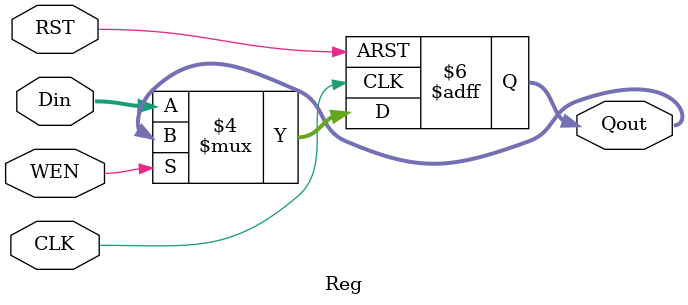
<source format=v>

module InstMem(Addr, Size, DataOut, CLK);
  input [31:0] Addr;
  input [1:0] 	Size;
  output [31:0] DataOut;
  reg [31:0] DataOut;
  input 	CLK;
  reg [7:0] 	Mem[0:1024];
  wire [31:0] 	AddrW;

  // Addresses are word aligned.
  assign AddrW = Addr & 32'hfffffffc;

  // Little endian
  always @ *
    DataOut = {Mem[AddrW+3], Mem[AddrW+2],
               Mem[AddrW+1], Mem[AddrW]};

endmodule // InstMem


module DataMem(Addr, Size, DataIn, DataOut, WEN, CLK);
  input [31:0] Addr;
  input [1:0] 	Size;
  input [31:0] DataIn;
  output [31:0] DataOut;
  reg [31:0] DataOut;
  input      WEN, CLK;
  reg [7:0] 	Mem[0:1024];

  wire [31:0] 	AddrH, AddrW;

  assign AddrH = Addr & 32'hfffffffe;
  assign AddrW = Addr & 32'hfffffffc;

  always @ *
    DataOut = (Size == 2'b00) ? {4{Mem[Addr]}} :
            ((Size == 2'b01) ? {2{Mem[AddrH+1],Mem[AddrH]}} :
             {Mem[AddrW+3], Mem[AddrW+2], Mem[AddrW+1], Mem[AddrW]});

  always @ (negedge CLK)
    if (!WEN)
    begin
      case (Size)
        2'b00:
        begin // Write byte
          Mem[Addr] <= DataIn[7:0];
        end
        2'b01:
        begin  // Write halfword
          Mem[AddrH] <= DataIn[7:0];
          Mem[AddrH+1] <= DataIn[15:8];
        end
        2'b10, 2'b11:
        begin // Write word
          Mem[AddrW] <= DataIn[7:0];
          Mem[AddrW+1] <= DataIn[15:8];
          Mem[AddrW+2] <= DataIn[23:16];
          Mem[AddrW+3] <= DataIn[31:24];
        end
      endcase // case (Size)
    end // if (!WEN)

endmodule // InstMem

module RegFile(AddrA, DataOutA,
                 AddrB, DataOutB,
                 AddrW, DataInW, WenW, CLK);
  input [4:0] AddrA, AddrB, AddrW;
  output [31:0] DataOutA, DataOutB;
  reg [31:0] DataOutA, DataOutB;
  input [31:0]  DataInW;
  input 	 WenW, CLK;
  reg [31:0] 	 Mem[0:31];

  always @ *
  begin
    // Remember that x0 == 0
    DataOutA = (AddrA == 0) ? 32'h00000000 : Mem[AddrA];
    DataOutB = (AddrB == 0) ? 32'h00000000 : Mem[AddrB];
  end

  always @ (negedge CLK)
  begin
    if (!WenW)
    begin
      Mem[AddrW] <= DataInW;
      //$display("Here: datain %8x, AddrW: %5b REGISTER: %8x", DataInW, AddrW, Mem[AddrW]);
    end
    Mem[0] <= 0; // Enforce the invariant that x0 = 0
  end

endmodule // RegFile


module Reg(Din, Qout, WEN, CLK, RST);
  parameter width = 32;
  input [width-1:0] Din;
  output [width-1:0] Qout;
  input 	      WEN, CLK, RST;

  reg [width-1:0]    Qout;

  always @ (negedge CLK or negedge RST)
    if (!RST)
      Qout <= 0;
    else
      if (!WEN)
        Qout <= Din;

endmodule // Reg


</source>
